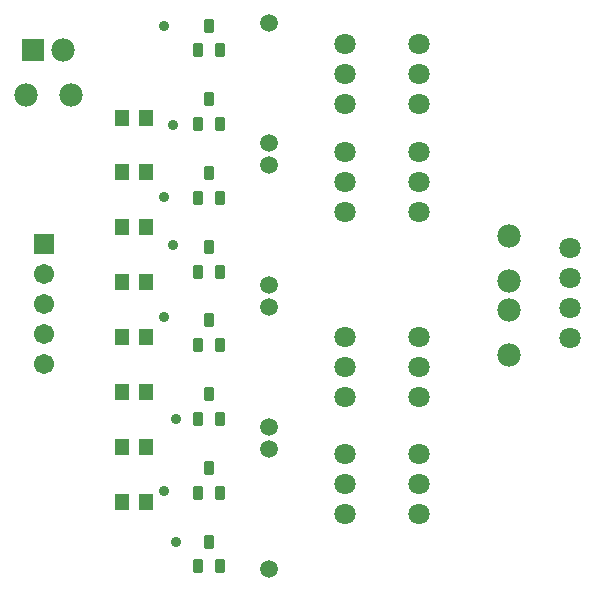
<source format=gts>
G04*
G04 #@! TF.GenerationSoftware,Altium Limited,Altium Designer,21.9.2 (33)*
G04*
G04 Layer_Color=8388736*
%FSTAX24Y24*%
%MOIN*%
G70*
G04*
G04 #@! TF.SameCoordinates,70968F61-CF9C-473A-8EF3-60FC9ECF6E36*
G04*
G04*
G04 #@! TF.FilePolarity,Negative*
G04*
G01*
G75*
G04:AMPARAMS|DCode=16|XSize=35.6mil|YSize=47.4mil|CornerRadius=10.9mil|HoleSize=0mil|Usage=FLASHONLY|Rotation=0.000|XOffset=0mil|YOffset=0mil|HoleType=Round|Shape=RoundedRectangle|*
%AMROUNDEDRECTD16*
21,1,0.0356,0.0256,0,0,0.0*
21,1,0.0138,0.0474,0,0,0.0*
1,1,0.0218,0.0069,-0.0128*
1,1,0.0218,-0.0069,-0.0128*
1,1,0.0218,-0.0069,0.0128*
1,1,0.0218,0.0069,0.0128*
%
%ADD16ROUNDEDRECTD16*%
%ADD17R,0.0474X0.0580*%
%ADD18C,0.0780*%
%ADD19C,0.0709*%
%ADD20C,0.0591*%
%ADD21R,0.0780X0.0780*%
%ADD22C,0.0671*%
%ADD23R,0.0671X0.0671*%
%ADD24C,0.0356*%
D16*
X0247Y025113D02*
D03*
X024326Y024287D02*
D03*
X025074D02*
D03*
X0247Y034942D02*
D03*
X024326Y034115D02*
D03*
X025074D02*
D03*
Y039029D02*
D03*
X024326D02*
D03*
X0247Y039856D02*
D03*
X025074Y036572D02*
D03*
X024326D02*
D03*
X0247Y037399D02*
D03*
X025074Y041487D02*
D03*
X024326D02*
D03*
X0247Y042313D02*
D03*
X025074Y026744D02*
D03*
X024326D02*
D03*
X0247Y027571D02*
D03*
X025074Y029201D02*
D03*
X024326D02*
D03*
X0247Y030028D02*
D03*
X025074Y031658D02*
D03*
X024326D02*
D03*
X0247Y032485D02*
D03*
D17*
X0226Y02645D02*
D03*
X0218D02*
D03*
Y028279D02*
D03*
X0226D02*
D03*
Y030107D02*
D03*
X0218D02*
D03*
Y031936D02*
D03*
X0226D02*
D03*
Y033764D02*
D03*
X0218D02*
D03*
Y035593D02*
D03*
X0226D02*
D03*
X0218Y037421D02*
D03*
X0226D02*
D03*
Y03925D02*
D03*
X0218D02*
D03*
D18*
X0186Y04D02*
D03*
X0201D02*
D03*
X0347Y03285D02*
D03*
Y03135D02*
D03*
Y0353D02*
D03*
Y0338D02*
D03*
X01985Y0415D02*
D03*
D19*
X03675Y0319D02*
D03*
Y0329D02*
D03*
Y0339D02*
D03*
Y0349D02*
D03*
X0317Y0397D02*
D03*
Y0407D02*
D03*
Y0417D02*
D03*
X02925Y0397D02*
D03*
Y0407D02*
D03*
Y0417D02*
D03*
Y0361D02*
D03*
Y0371D02*
D03*
Y0381D02*
D03*
X0317D02*
D03*
Y0371D02*
D03*
Y0361D02*
D03*
Y03195D02*
D03*
Y03095D02*
D03*
Y02995D02*
D03*
X02925Y03195D02*
D03*
Y03095D02*
D03*
Y02995D02*
D03*
X0317Y02805D02*
D03*
Y02705D02*
D03*
Y02605D02*
D03*
X02925Y02805D02*
D03*
Y02705D02*
D03*
Y02605D02*
D03*
D20*
X0267Y037667D02*
D03*
Y033667D02*
D03*
Y032933D02*
D03*
Y028933D02*
D03*
Y0282D02*
D03*
Y0242D02*
D03*
Y0424D02*
D03*
Y0384D02*
D03*
D21*
X01885Y0415D02*
D03*
D22*
X0192Y03105D02*
D03*
Y03205D02*
D03*
Y03305D02*
D03*
Y03405D02*
D03*
D23*
Y03505D02*
D03*
D24*
X0236Y0292D02*
D03*
Y0251D02*
D03*
X0232Y0268D02*
D03*
Y0326D02*
D03*
X0235Y035D02*
D03*
Y039D02*
D03*
X0232Y0366D02*
D03*
Y0423D02*
D03*
M02*

</source>
